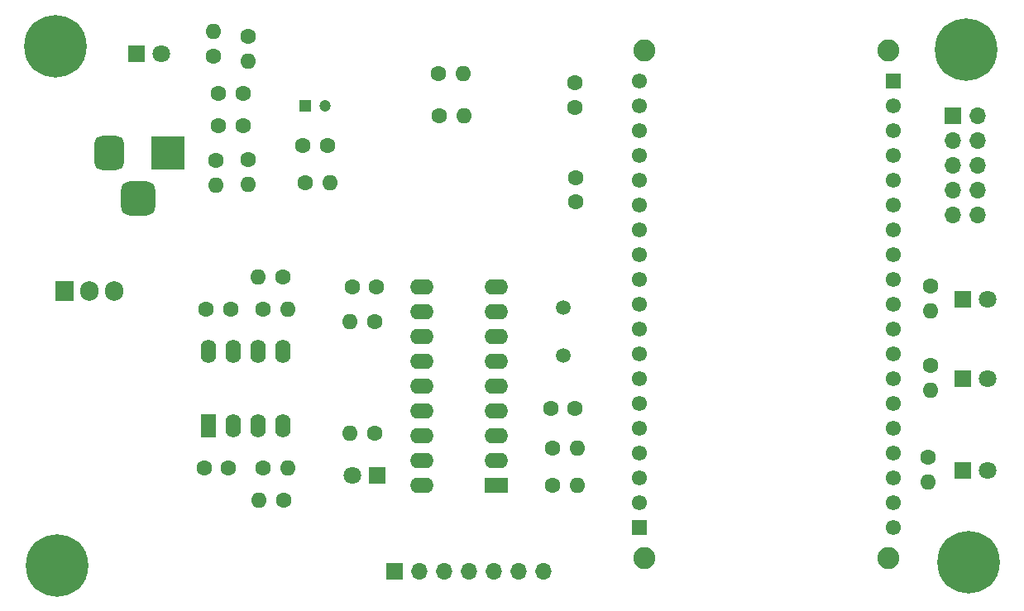
<source format=gbr>
%TF.GenerationSoftware,KiCad,Pcbnew,8.0.5*%
%TF.CreationDate,2024-12-04T22:32:08+01:00*%
%TF.ProjectId,ESP-Unit,4553502d-556e-4697-942e-6b696361645f,rev?*%
%TF.SameCoordinates,Original*%
%TF.FileFunction,Soldermask,Bot*%
%TF.FilePolarity,Negative*%
%FSLAX46Y46*%
G04 Gerber Fmt 4.6, Leading zero omitted, Abs format (unit mm)*
G04 Created by KiCad (PCBNEW 8.0.5) date 2024-12-04 22:32:08*
%MOMM*%
%LPD*%
G01*
G04 APERTURE LIST*
G04 Aperture macros list*
%AMRoundRect*
0 Rectangle with rounded corners*
0 $1 Rounding radius*
0 $2 $3 $4 $5 $6 $7 $8 $9 X,Y pos of 4 corners*
0 Add a 4 corners polygon primitive as box body*
4,1,4,$2,$3,$4,$5,$6,$7,$8,$9,$2,$3,0*
0 Add four circle primitives for the rounded corners*
1,1,$1+$1,$2,$3*
1,1,$1+$1,$4,$5*
1,1,$1+$1,$6,$7*
1,1,$1+$1,$8,$9*
0 Add four rect primitives between the rounded corners*
20,1,$1+$1,$2,$3,$4,$5,0*
20,1,$1+$1,$4,$5,$6,$7,0*
20,1,$1+$1,$6,$7,$8,$9,0*
20,1,$1+$1,$8,$9,$2,$3,0*%
G04 Aperture macros list end*
%ADD10R,1.600000X2.400000*%
%ADD11O,1.600000X2.400000*%
%ADD12O,1.600000X1.600000*%
%ADD13C,1.600000*%
%ADD14C,0.800000*%
%ADD15C,6.400000*%
%ADD16C,1.500000*%
%ADD17C,1.200000*%
%ADD18R,1.200000X1.200000*%
%ADD19R,1.800000X1.800000*%
%ADD20C,1.800000*%
%ADD21R,2.400000X1.600000*%
%ADD22O,2.400000X1.600000*%
%ADD23O,1.905000X2.000000*%
%ADD24R,1.905000X2.000000*%
%ADD25R,1.700000X1.700000*%
%ADD26O,1.700000X1.700000*%
%ADD27RoundRect,0.875000X-0.875000X-0.875000X0.875000X-0.875000X0.875000X0.875000X-0.875000X0.875000X0*%
%ADD28RoundRect,0.750000X-0.750000X-1.000000X0.750000X-1.000000X0.750000X1.000000X-0.750000X1.000000X0*%
%ADD29R,3.500000X3.500000*%
%ADD30C,2.250000*%
%ADD31RoundRect,0.102000X-0.675000X-0.675000X0.675000X-0.675000X0.675000X0.675000X-0.675000X0.675000X0*%
%ADD32C,1.554000*%
G04 APERTURE END LIST*
D10*
%TO.C,U3*%
X172003000Y-93477000D03*
D11*
X174543000Y-93477000D03*
X177083000Y-93477000D03*
X179623000Y-93477000D03*
X179623000Y-85857000D03*
X177083000Y-85857000D03*
X174543000Y-85857000D03*
X172003000Y-85857000D03*
%TD*%
D12*
%TO.C,R1*%
X172720000Y-68834000D03*
D13*
X172720000Y-66294000D03*
%TD*%
%TO.C,C1*%
X173014000Y-62738000D03*
X175514000Y-62738000D03*
%TD*%
D14*
%TO.C,H4*%
X154064000Y-107776944D03*
X154766944Y-106079888D03*
X154766944Y-109474000D03*
X156464000Y-105376944D03*
D15*
X156464000Y-107776944D03*
D14*
X156464000Y-110176944D03*
X158161056Y-106079888D03*
X158161056Y-109474000D03*
X158864000Y-107776944D03*
%TD*%
D13*
%TO.C,R3*%
X177572000Y-97780000D03*
D12*
X180112000Y-97780000D03*
%TD*%
D13*
%TO.C,R16*%
X245872000Y-79219000D03*
D12*
X245872000Y-81759000D03*
%TD*%
D13*
%TO.C,R14*%
X177552000Y-81524000D03*
D12*
X180092000Y-81524000D03*
%TD*%
D16*
%TO.C,Y1*%
X208280000Y-86270000D03*
X208280000Y-81390000D03*
%TD*%
D13*
%TO.C,R9*%
X188996000Y-82804000D03*
D12*
X186456000Y-82804000D03*
%TD*%
D17*
%TO.C,C7*%
X183907401Y-60706000D03*
D18*
X181907401Y-60706000D03*
%TD*%
D13*
%TO.C,C2*%
X173014000Y-59436000D03*
X175514000Y-59436000D03*
%TD*%
D19*
%TO.C,D5*%
X249169000Y-98044000D03*
D20*
X251709000Y-98044000D03*
%TD*%
D13*
%TO.C,C4*%
X209510000Y-91694000D03*
X207010000Y-91694000D03*
%TD*%
%TO.C,C3*%
X171525000Y-97780000D03*
X174025000Y-97780000D03*
%TD*%
D21*
%TO.C,IC1*%
X201437000Y-99558000D03*
D22*
X201437000Y-97018000D03*
X201437000Y-94478000D03*
X201437000Y-91938000D03*
X201437000Y-89398000D03*
X201437000Y-86858000D03*
X201437000Y-84318000D03*
X201437000Y-81778000D03*
X201437000Y-79238000D03*
X193817000Y-79238000D03*
X193817000Y-81778000D03*
X193817000Y-84318000D03*
X193817000Y-86858000D03*
X193817000Y-89398000D03*
X193817000Y-91938000D03*
X193817000Y-94478000D03*
X193817000Y-97018000D03*
X193817000Y-99558000D03*
%TD*%
D13*
%TO.C,R17*%
X245618000Y-96745000D03*
D12*
X245618000Y-99285000D03*
%TD*%
D20*
%TO.C,D1*%
X167127000Y-55372000D03*
D19*
X164587000Y-55372000D03*
%TD*%
D13*
%TO.C,R8*%
X207215000Y-95758000D03*
D12*
X209755000Y-95758000D03*
%TD*%
D23*
%TO.C,U2*%
X162306000Y-79685000D03*
X159766000Y-79685000D03*
D24*
X157226000Y-79685000D03*
%TD*%
D25*
%TO.C,J3*%
X191008000Y-108433000D03*
D26*
X193548000Y-108433000D03*
X196088000Y-108433000D03*
X198628000Y-108433000D03*
X201168000Y-108433000D03*
X203708000Y-108433000D03*
X206248000Y-108433000D03*
%TD*%
D25*
%TO.C,J2*%
X248153000Y-61727000D03*
D26*
X250693000Y-61727000D03*
X248153000Y-64267000D03*
X250693000Y-64267000D03*
X248153000Y-66807000D03*
X250693000Y-66807000D03*
X248153000Y-69347000D03*
X250693000Y-69347000D03*
X248153000Y-71887000D03*
X250693000Y-71887000D03*
%TD*%
D13*
%TO.C,R10*%
X207215000Y-99568000D03*
D12*
X209755000Y-99568000D03*
%TD*%
D13*
%TO.C,R18*%
X245872000Y-87347000D03*
D12*
X245872000Y-89887000D03*
%TD*%
D13*
%TO.C,C9*%
X209550000Y-68092000D03*
X209550000Y-70592000D03*
%TD*%
%TO.C,R15*%
X179613000Y-78222000D03*
D12*
X177073000Y-78222000D03*
%TD*%
D13*
%TO.C,R12*%
X195580000Y-61722000D03*
D12*
X198120000Y-61722000D03*
%TD*%
D19*
%TO.C,D3*%
X249169000Y-80518000D03*
D20*
X251709000Y-80518000D03*
%TD*%
D14*
%TO.C,H2*%
X247422000Y-107442000D03*
X248124944Y-105744944D03*
X248124944Y-109139056D03*
X249822000Y-105042000D03*
D15*
X249822000Y-107442000D03*
D14*
X249822000Y-109842000D03*
X251519056Y-105744944D03*
X251519056Y-109139056D03*
X252222000Y-107442000D03*
%TD*%
D12*
%TO.C,R6*%
X176022000Y-56134000D03*
D13*
X176022000Y-53594000D03*
%TD*%
D27*
%TO.C,J1*%
X164798000Y-70232000D03*
D28*
X161798000Y-65532000D03*
D29*
X167798000Y-65532000D03*
%TD*%
D13*
%TO.C,R11*%
X188971000Y-94234000D03*
D12*
X186431000Y-94234000D03*
%TD*%
D19*
%TO.C,D2*%
X189230000Y-98552000D03*
D20*
X186690000Y-98552000D03*
%TD*%
D12*
%TO.C,R7*%
X184406401Y-68580000D03*
D13*
X181866401Y-68580000D03*
%TD*%
%TO.C,C6*%
X186710000Y-79248000D03*
X189210000Y-79248000D03*
%TD*%
%TO.C,C8*%
X209522000Y-58371500D03*
X209522000Y-60871500D03*
%TD*%
%TO.C,R13*%
X195551000Y-57404000D03*
D12*
X198091000Y-57404000D03*
%TD*%
D30*
%TO.C,U1*%
X216608000Y-55026000D03*
X216608000Y-107026000D03*
X241608000Y-55026000D03*
X241608000Y-107026000D03*
D31*
X242108000Y-58166000D03*
D32*
X242108000Y-60706000D03*
X242108000Y-63246000D03*
X242108000Y-65786000D03*
X242108000Y-68326000D03*
X242108000Y-70866000D03*
X242108000Y-73406000D03*
X242108000Y-75946000D03*
X242108000Y-78486000D03*
X242108000Y-81026000D03*
X242108000Y-83566000D03*
X242108000Y-86106000D03*
X242108000Y-88646000D03*
X242108000Y-91186000D03*
X242108000Y-93726000D03*
X242108000Y-96266000D03*
X242108000Y-98806000D03*
X242108000Y-101346000D03*
X242108000Y-103886000D03*
D31*
X216108000Y-103886000D03*
D32*
X216108000Y-101346000D03*
X216108000Y-98806000D03*
X216108000Y-96266000D03*
X216108000Y-93726000D03*
X216108000Y-91186000D03*
X216108000Y-88646000D03*
X216108000Y-86106000D03*
X216108000Y-83566000D03*
X216108000Y-81026000D03*
X216108000Y-78486000D03*
X216108000Y-75946000D03*
X216108000Y-73406000D03*
X216108000Y-70866000D03*
X216108000Y-68326000D03*
X216108000Y-65786000D03*
X216108000Y-63246000D03*
X216108000Y-60706000D03*
X216108000Y-58166000D03*
%TD*%
D14*
%TO.C,H3*%
X247108944Y-54944944D03*
X247811888Y-53247888D03*
X247811888Y-56642000D03*
X249508944Y-52544944D03*
D15*
X249508944Y-54944944D03*
D14*
X249508944Y-57344944D03*
X251206000Y-53247888D03*
X251206000Y-56642000D03*
X251908944Y-54944944D03*
%TD*%
D13*
%TO.C,R5*%
X179662000Y-101082000D03*
D12*
X177122000Y-101082000D03*
%TD*%
%TO.C,R4*%
X172466000Y-53115000D03*
D13*
X172466000Y-55655000D03*
%TD*%
D14*
%TO.C,H1*%
X153950000Y-54610000D03*
X154652944Y-52912944D03*
X154652944Y-56307056D03*
X156350000Y-52210000D03*
D15*
X156350000Y-54610000D03*
D14*
X156350000Y-57010000D03*
X158047056Y-52912944D03*
X158047056Y-56307056D03*
X158750000Y-54610000D03*
%TD*%
D19*
%TO.C,D4*%
X249169000Y-88646000D03*
D20*
X251709000Y-88646000D03*
%TD*%
D13*
%TO.C,C10*%
X174259000Y-81524000D03*
X171759000Y-81524000D03*
%TD*%
%TO.C,C5*%
X181661401Y-64770000D03*
X184161401Y-64770000D03*
%TD*%
D12*
%TO.C,R2*%
X176022000Y-68805000D03*
D13*
X176022000Y-66265000D03*
%TD*%
M02*

</source>
